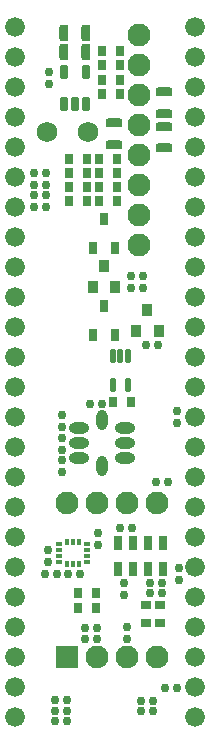
<source format=gbs>
G04 Layer_Color=16711935*
%FSLAX24Y24*%
%MOIN*%
G70*
G01*
G75*
G04:AMPARAMS|DCode=41|XSize=26mil|YSize=26mil|CornerRadius=8mil|HoleSize=0mil|Usage=FLASHONLY|Rotation=270.000|XOffset=0mil|YOffset=0mil|HoleType=Round|Shape=RoundedRectangle|*
%AMROUNDEDRECTD41*
21,1,0.0260,0.0100,0,0,270.0*
21,1,0.0100,0.0260,0,0,270.0*
1,1,0.0160,-0.0050,-0.0050*
1,1,0.0160,-0.0050,0.0050*
1,1,0.0160,0.0050,0.0050*
1,1,0.0160,0.0050,-0.0050*
%
%ADD41ROUNDEDRECTD41*%
%ADD44C,0.0660*%
%ADD45C,0.0690*%
%ADD46C,0.0769*%
%ADD47R,0.0760X0.0760*%
%ADD48C,0.0760*%
%ADD49R,0.0158X0.0237*%
%ADD50R,0.0237X0.0158*%
%ADD51R,0.0376X0.0443*%
G04:AMPARAMS|DCode=52|XSize=56mil|YSize=30mil|CornerRadius=9mil|HoleSize=0mil|Usage=FLASHONLY|Rotation=0.000|XOffset=0mil|YOffset=0mil|HoleType=Round|Shape=RoundedRectangle|*
%AMROUNDEDRECTD52*
21,1,0.0560,0.0120,0,0,0.0*
21,1,0.0380,0.0300,0,0,0.0*
1,1,0.0180,0.0190,-0.0060*
1,1,0.0180,-0.0190,-0.0060*
1,1,0.0180,-0.0190,0.0060*
1,1,0.0180,0.0190,0.0060*
%
%ADD52ROUNDEDRECTD52*%
G04:AMPARAMS|DCode=53|XSize=26mil|YSize=26mil|CornerRadius=8mil|HoleSize=0mil|Usage=FLASHONLY|Rotation=180.000|XOffset=0mil|YOffset=0mil|HoleType=Round|Shape=RoundedRectangle|*
%AMROUNDEDRECTD53*
21,1,0.0260,0.0100,0,0,180.0*
21,1,0.0100,0.0260,0,0,180.0*
1,1,0.0160,-0.0050,0.0050*
1,1,0.0160,0.0050,0.0050*
1,1,0.0160,0.0050,-0.0050*
1,1,0.0160,-0.0050,-0.0050*
%
%ADD53ROUNDEDRECTD53*%
G04:AMPARAMS|DCode=54|XSize=36mil|YSize=28mil|CornerRadius=8.5mil|HoleSize=0mil|Usage=FLASHONLY|Rotation=0.000|XOffset=0mil|YOffset=0mil|HoleType=Round|Shape=RoundedRectangle|*
%AMROUNDEDRECTD54*
21,1,0.0360,0.0110,0,0,0.0*
21,1,0.0190,0.0280,0,0,0.0*
1,1,0.0170,0.0095,-0.0055*
1,1,0.0170,-0.0095,-0.0055*
1,1,0.0170,-0.0095,0.0055*
1,1,0.0170,0.0095,0.0055*
%
%ADD54ROUNDEDRECTD54*%
G04:AMPARAMS|DCode=55|XSize=36mil|YSize=28mil|CornerRadius=8.5mil|HoleSize=0mil|Usage=FLASHONLY|Rotation=270.000|XOffset=0mil|YOffset=0mil|HoleType=Round|Shape=RoundedRectangle|*
%AMROUNDEDRECTD55*
21,1,0.0360,0.0110,0,0,270.0*
21,1,0.0190,0.0280,0,0,270.0*
1,1,0.0170,-0.0055,-0.0095*
1,1,0.0170,-0.0055,0.0095*
1,1,0.0170,0.0055,0.0095*
1,1,0.0170,0.0055,-0.0095*
%
%ADD55ROUNDEDRECTD55*%
%ADD56O,0.0674X0.0367*%
%ADD57O,0.0367X0.0674*%
G04:AMPARAMS|DCode=58|XSize=22.4mil|YSize=46.1mil|CornerRadius=4.3mil|HoleSize=0mil|Usage=FLASHONLY|Rotation=180.000|XOffset=0mil|YOffset=0mil|HoleType=Round|Shape=RoundedRectangle|*
%AMROUNDEDRECTD58*
21,1,0.0224,0.0374,0,0,180.0*
21,1,0.0138,0.0461,0,0,180.0*
1,1,0.0086,-0.0069,0.0187*
1,1,0.0086,0.0069,0.0187*
1,1,0.0086,0.0069,-0.0187*
1,1,0.0086,-0.0069,-0.0187*
%
%ADD58ROUNDEDRECTD58*%
%ADD59R,0.0316X0.0434*%
G04:AMPARAMS|DCode=60|XSize=56mil|YSize=30mil|CornerRadius=9mil|HoleSize=0mil|Usage=FLASHONLY|Rotation=90.000|XOffset=0mil|YOffset=0mil|HoleType=Round|Shape=RoundedRectangle|*
%AMROUNDEDRECTD60*
21,1,0.0560,0.0120,0,0,90.0*
21,1,0.0380,0.0300,0,0,90.0*
1,1,0.0180,0.0060,0.0190*
1,1,0.0180,0.0060,-0.0190*
1,1,0.0180,-0.0060,-0.0190*
1,1,0.0180,-0.0060,0.0190*
%
%ADD60ROUNDEDRECTD60*%
G04:AMPARAMS|DCode=61|XSize=29.6mil|YSize=45.4mil|CornerRadius=5mil|HoleSize=0mil|Usage=FLASHONLY|Rotation=0.000|XOffset=0mil|YOffset=0mil|HoleType=Round|Shape=RoundedRectangle|*
%AMROUNDEDRECTD61*
21,1,0.0296,0.0354,0,0,0.0*
21,1,0.0196,0.0454,0,0,0.0*
1,1,0.0100,0.0098,-0.0177*
1,1,0.0100,-0.0098,-0.0177*
1,1,0.0100,-0.0098,0.0177*
1,1,0.0100,0.0098,0.0177*
%
%ADD61ROUNDEDRECTD61*%
%ADD62R,0.0296X0.0493*%
D41*
X35519Y26299D02*
D03*
X35919D02*
D03*
X36778Y32402D02*
D03*
X36378D02*
D03*
X33333Y20581D02*
D03*
X33733D02*
D03*
Y20226D02*
D03*
X33333D02*
D03*
X33733Y19872D02*
D03*
X33333D02*
D03*
X36617Y20197D02*
D03*
X36217D02*
D03*
X36617Y20551D02*
D03*
X36217D02*
D03*
X37405Y20984D02*
D03*
X37005D02*
D03*
X36503Y24488D02*
D03*
X36903D02*
D03*
X36503Y24134D02*
D03*
X36903D02*
D03*
X34328Y22598D02*
D03*
X34728D02*
D03*
X34328Y22992D02*
D03*
X34728D02*
D03*
X33761Y24764D02*
D03*
X34161D02*
D03*
X33013D02*
D03*
X33413D02*
D03*
X37087Y27835D02*
D03*
X36687D02*
D03*
X34519Y30456D02*
D03*
X34919D02*
D03*
D44*
X32000Y27000D02*
D03*
Y28000D02*
D03*
Y29000D02*
D03*
Y43000D02*
D03*
Y42000D02*
D03*
Y41000D02*
D03*
X38000Y29000D02*
D03*
X32000Y26000D02*
D03*
Y25000D02*
D03*
Y24000D02*
D03*
Y23000D02*
D03*
Y22000D02*
D03*
Y21000D02*
D03*
Y20000D02*
D03*
X38000D02*
D03*
Y21000D02*
D03*
Y22000D02*
D03*
Y23000D02*
D03*
Y24000D02*
D03*
Y25000D02*
D03*
Y26000D02*
D03*
Y27000D02*
D03*
Y28000D02*
D03*
X32000Y40000D02*
D03*
Y39000D02*
D03*
Y38000D02*
D03*
Y37000D02*
D03*
Y36000D02*
D03*
Y35000D02*
D03*
Y34000D02*
D03*
Y33000D02*
D03*
Y32000D02*
D03*
Y31000D02*
D03*
Y30000D02*
D03*
X38000D02*
D03*
Y31000D02*
D03*
Y32000D02*
D03*
Y33000D02*
D03*
Y34000D02*
D03*
Y35000D02*
D03*
Y36000D02*
D03*
Y37000D02*
D03*
Y38000D02*
D03*
Y39000D02*
D03*
Y40000D02*
D03*
Y41000D02*
D03*
Y42000D02*
D03*
Y43000D02*
D03*
D45*
X33061Y39508D02*
D03*
X34439D02*
D03*
D46*
X36150Y35750D02*
D03*
Y36750D02*
D03*
Y37750D02*
D03*
Y38750D02*
D03*
Y39750D02*
D03*
Y40750D02*
D03*
Y41750D02*
D03*
Y42750D02*
D03*
D47*
X33750Y22000D02*
D03*
D48*
X34750D02*
D03*
X35750D02*
D03*
X36750D02*
D03*
X33750Y27150D02*
D03*
X34750D02*
D03*
X35750D02*
D03*
X36750D02*
D03*
D49*
X34134Y25837D02*
D03*
X33937D02*
D03*
X33740D02*
D03*
Y25108D02*
D03*
X33937D02*
D03*
X34134D02*
D03*
D50*
X33474Y25768D02*
D03*
Y25571D02*
D03*
Y25374D02*
D03*
Y25177D02*
D03*
X34400D02*
D03*
Y25374D02*
D03*
Y25571D02*
D03*
Y25768D02*
D03*
D51*
X35353Y34337D02*
D03*
X34605D02*
D03*
X34979Y35033D02*
D03*
X36791Y32880D02*
D03*
X36043D02*
D03*
X36417Y33577D02*
D03*
D52*
X36969Y38971D02*
D03*
Y39691D02*
D03*
X35294Y39809D02*
D03*
Y39089D02*
D03*
X36969Y40838D02*
D03*
Y40118D02*
D03*
D53*
X35630Y24091D02*
D03*
Y24491D02*
D03*
X37480Y24574D02*
D03*
Y24974D02*
D03*
X35748Y22995D02*
D03*
Y22595D02*
D03*
X33110Y25194D02*
D03*
Y25594D02*
D03*
X37402Y29803D02*
D03*
Y30203D02*
D03*
X33577Y28569D02*
D03*
Y28169D02*
D03*
Y28917D02*
D03*
Y29317D02*
D03*
Y30065D02*
D03*
Y29665D02*
D03*
X35866Y34328D02*
D03*
Y34728D02*
D03*
X36260D02*
D03*
Y34328D02*
D03*
X32638Y38150D02*
D03*
Y37750D02*
D03*
Y37002D02*
D03*
Y37402D02*
D03*
X33031D02*
D03*
Y37002D02*
D03*
Y38150D02*
D03*
Y37750D02*
D03*
X33128Y41099D02*
D03*
Y41499D02*
D03*
X34764Y26145D02*
D03*
Y25745D02*
D03*
D54*
X36358Y23135D02*
D03*
Y23735D02*
D03*
X36831Y23135D02*
D03*
Y23735D02*
D03*
D55*
X34109Y23661D02*
D03*
X34709D02*
D03*
X34109Y24134D02*
D03*
X34709D02*
D03*
X35285Y30495D02*
D03*
X35885D02*
D03*
X34394Y37205D02*
D03*
X33794D02*
D03*
X34394Y37677D02*
D03*
X33794D02*
D03*
X34394Y38150D02*
D03*
X33794D02*
D03*
X34394Y38622D02*
D03*
X33794D02*
D03*
X34797Y37205D02*
D03*
X35397D02*
D03*
X34797Y37677D02*
D03*
X35397D02*
D03*
X34797Y38150D02*
D03*
X35397D02*
D03*
X34797Y38622D02*
D03*
X35397D02*
D03*
X34915Y40787D02*
D03*
X35515D02*
D03*
X34915Y41260D02*
D03*
X35515D02*
D03*
X34915Y41732D02*
D03*
X35515D02*
D03*
X34915Y42205D02*
D03*
X35515D02*
D03*
D56*
X35669Y29646D02*
D03*
Y29146D02*
D03*
Y28646D02*
D03*
X34142D02*
D03*
Y29146D02*
D03*
Y29646D02*
D03*
D57*
X34906Y28382D02*
D03*
Y29909D02*
D03*
D58*
X35256Y31093D02*
D03*
X35768D02*
D03*
Y32057D02*
D03*
X35512D02*
D03*
X35256D02*
D03*
D59*
X35335Y32746D02*
D03*
X34587D02*
D03*
X34961Y33711D02*
D03*
X35353Y35659D02*
D03*
X34605D02*
D03*
X34979Y36624D02*
D03*
D60*
X34354Y42795D02*
D03*
X33634D02*
D03*
X34354Y42165D02*
D03*
X33634D02*
D03*
D61*
X34369Y41526D02*
D03*
X33620D02*
D03*
Y40443D02*
D03*
X33994D02*
D03*
X34369D02*
D03*
D62*
X36929Y24961D02*
D03*
X36437D02*
D03*
X35945D02*
D03*
X35453D02*
D03*
Y25827D02*
D03*
X35945D02*
D03*
X36437D02*
D03*
X36929D02*
D03*
M02*

</source>
